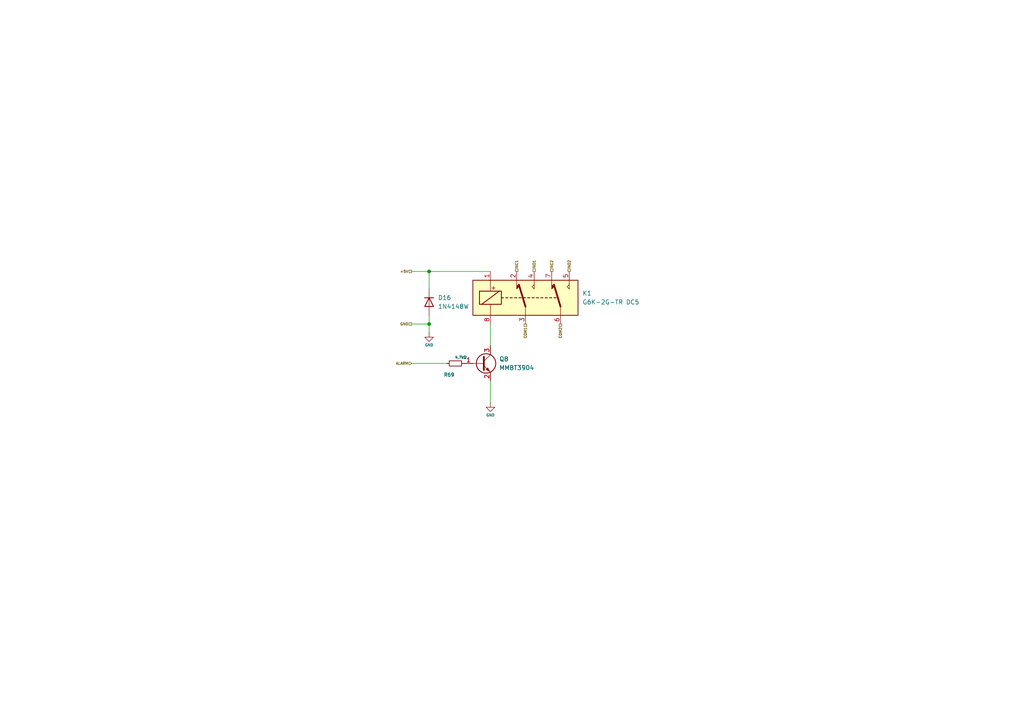
<source format=kicad_sch>
(kicad_sch (version 20250114) (generator "eeschema") (generator_version "9.0")
  (paper "A4")
  (title_block (title "Czujnik parametrów środowiskowych") (date "2026-01-20") (rev "1.0") (company "MarPi82"))
  (lib_symbols
    (symbol "Device:R_Small" (pin_numbers (hide yes)) (pin_names (offset 0.254) (hide yes))
      (property "Reference" "R" (at 0 0 90))
      (property "Value" "R_Small" (at 1.778 0 90))
      (symbol "R_Small_0_1"
        (rectangle (start -0.762 1.778) (end 0.762 -1.778) (stroke (width 0.2032)))
      )
      (symbol "R_Small_1_1"
        (pin passive line (at 0 2.54 270) (length 0.762) (name "~") (number "1"))
        (pin passive line (at 0 -2.54 90) (length 0.762) (name "~") (number "2"))
      )
    )
    (symbol "Diode:1N4148W" (pin_numbers (hide yes)) (pin_names (hide yes))
      (property "Reference" "D" (at 0 2.54 0))
      (property "Value" "1N4148W" (at 0 -2.54 0))
      (symbol "1N4148W_0_1"
        (polyline (pts (xy -1.27 1.27) (xy -1.27 -1.27)) (stroke (width 0.254)))
        (polyline (pts (xy 1.27 1.27) (xy 1.27 -1.27) (xy -1.27 0) (xy 1.27 1.27)) (stroke (width 0.254)))
        (polyline (pts (xy 1.27 0) (xy -1.27 0)))
      )
      (symbol "1N4148W_1_1"
        (pin passive line (at -3.81 0 0) (length 2.54) (name "K") (number "1"))
        (pin passive line (at 3.81 0 180) (length 2.54) (name "A") (number "2"))
      )
    )
    (symbol "Relay:G6K-2"
      (property "Reference" "K" (at 16.51 3.81 0))
      (property "Value" "G6K-2" (at 16.51 1.27 0))
      (symbol "G6K-2_0_0"
        (text "+" (at -9.271 2.921 0) (effects (font (size 1.27 1.27))))
      )
      (symbol "G6K-2_0_1"
        (rectangle (start -15.24 5.08) (end 15.24 -5.08) (stroke (width 0.254)) (fill (type background)))
        (rectangle (start -13.335 1.905) (end -6.985 -1.905) (stroke (width 0.254)))
        (polyline (pts (xy -12.7 -1.905) (xy -7.62 1.905)) (stroke (width 0.254)))
        (polyline (pts (xy -10.16 5.08) (xy -10.16 1.905)))
        (polyline (pts (xy -10.16 -5.08) (xy -10.16 -1.905)))
        (polyline (pts (xy -6.985 0) (xy -6.35 0)) (stroke (width 0.254)))
        (polyline (pts (xy -5.715 0) (xy -5.08 0)) (stroke (width 0.254)))
        (polyline (pts (xy -4.445 0) (xy -3.81 0)) (stroke (width 0.254)))
        (polyline (pts (xy -3.175 0) (xy -2.54 0)) (stroke (width 0.254)))
        (polyline (pts (xy -2.54 5.08) (xy -2.54 2.54) (xy -1.905 3.175) (xy -2.54 3.81)) (fill (type outline)))
        (polyline (pts (xy -1.905 0) (xy -1.27 0)) (stroke (width 0.254)))
        (polyline (pts (xy -0.635 0) (xy 0 0)) (stroke (width 0.254)))
        (polyline (pts (xy 0 -2.54) (xy -1.905 3.81)) (stroke (width 0.508)))
        (polyline (pts (xy 0 -2.54) (xy 0 -5.08)))
        (polyline (pts (xy 0.635 0) (xy 1.27 0)) (stroke (width 0.254)))
        (polyline (pts (xy 1.905 0) (xy 2.54 0)) (stroke (width 0.254)))
        (polyline (pts (xy 2.54 5.08) (xy 2.54 2.54) (xy 1.905 3.175) (xy 2.54 3.81)))
        (polyline (pts (xy 3.175 0) (xy 3.81 0)) (stroke (width 0.254)))
        (polyline (pts (xy 4.445 0) (xy 5.08 0)) (stroke (width 0.254)))
        (polyline (pts (xy 5.715 0) (xy 6.35 0)) (stroke (width 0.254)))
        (polyline (pts (xy 6.985 0) (xy 7.62 0)) (stroke (width 0.254)))
        (polyline (pts (xy 7.62 5.08) (xy 7.62 2.54) (xy 8.255 3.175) (xy 7.62 3.81)) (fill (type outline)))
        (polyline (pts (xy 8.255 0) (xy 8.89 0)) (stroke (width 0.254)))
        (polyline (pts (xy 10.16 -2.54) (xy 8.255 3.81)) (stroke (width 0.508)))
        (polyline (pts (xy 10.16 -2.54) (xy 10.16 -5.08)))
        (polyline (pts (xy 12.7 5.08) (xy 12.7 2.54) (xy 12.065 3.175) (xy 12.7 3.81)))
      )
      (symbol "G6K-2_1_1"
        (pin passive line (at -10.16 7.62 270) (length 2.54) (name "~") (number "1"))
        (pin passive line (at -10.16 -7.62 90) (length 2.54) (name "~") (number "8"))
        (pin passive line (at -2.54 7.62 270) (length 2.54) (name "~") (number "2"))
        (pin passive line (at 0 -7.62 90) (length 2.54) (name "~") (number "3"))
        (pin passive line (at 2.54 7.62 270) (length 2.54) (name "~") (number "4"))
        (pin passive line (at 7.62 7.62 270) (length 2.54) (name "~") (number "7"))
        (pin passive line (at 10.16 -7.62 90) (length 2.54) (name "~") (number "6"))
        (pin passive line (at 12.7 7.62 270) (length 2.54) (name "~") (number "5"))
      )
    )
    (symbol "Transistor_BJT:MMBT3904" (pin_names (offset 0) (hide yes))
      (property "Reference" "Q" (at 5.08 1.905 0))
      (property "Value" "MMBT3904" (at 5.08 0 0))
      (symbol "MMBT3904_0_1"
        (polyline (pts (xy -2.54 0) (xy 0.635 0)))
        (polyline (pts (xy 0.635 1.905) (xy 0.635 -1.905)) (stroke (width 0.508)))
        (circle (center 1.27 0) (radius 2.8194) (stroke (width 0.254)))
      )
      (symbol "MMBT3904_1_1"
        (polyline (pts (xy 0.635 0.635) (xy 2.54 2.54)))
        (polyline (pts (xy 0.635 -0.635) (xy 2.54 -2.54)))
        (polyline (pts (xy 1.27 -1.778) (xy 1.778 -1.27) (xy 2.286 -2.286) (xy 1.27 -1.778)) (fill (type outline)))
        (pin input line (at -5.08 0 0) (length 2.54) (name "B") (number "1"))
        (pin passive line (at 2.54 5.08 270) (length 2.54) (name "C") (number "3"))
        (pin passive line (at 2.54 -5.08 90) (length 2.54) (name "E") (number "2"))
      )
    )
    (symbol "power:GND" (power) (pin_numbers (hide yes)) (pin_names (offset 0) (hide yes))
      (property "Value" "GND" (at 0 -3.81 0))
      (symbol "GND_0_1"
        (polyline (pts (xy 0 0) (xy 0 -1.27) (xy 1.27 -1.27) (xy 0 -2.54) (xy -1.27 -1.27) (xy 0 -1.27)))
      )
      (symbol "GND_1_1"
        (pin power_in line (at 0 0 270) (length 0) (name "~") (number "1"))
      )
    )
  )
  (junction (at 124.46 93.98))
  (junction (at 124.46 78.74))
  (wire (pts (xy 124.46 93.98) (xy 124.46 96.52)))
  (wire (pts (xy 124.46 78.74) (xy 142.24 78.74)))
  (wire (pts (xy 124.46 91.44) (xy 124.46 93.98)))
  (wire (pts (xy 142.24 110.49) (xy 142.24 116.84)))
  (wire (pts (xy 124.46 78.74) (xy 124.46 83.82)))
  (wire (pts (xy 119.38 78.74) (xy 124.46 78.74)))
  (wire (pts (xy 119.38 105.41) (xy 129.54 105.41)))
  (wire (pts (xy 119.38 93.98) (xy 124.46 93.98)))
  (wire (pts (xy 142.24 93.98) (xy 142.24 100.33)))
  (hierarchical_label "NO2" (shape passive) (at 165.1 78.74 90) (effects (font (size 0.762 0.762))))
  (hierarchical_label "NC1" (shape passive) (at 149.86 78.74 90) (effects (font (size 0.762 0.762))))
  (hierarchical_label "+5V" (shape passive) (at 119.38 78.74 180) (effects (font (size 0.762 0.762))))
  (hierarchical_label "ALARM" (shape input) (at 119.38 105.41 180) (effects (font (size 0.762 0.762))))
  (hierarchical_label "NO1" (shape passive) (at 154.94 78.74 90) (effects (font (size 0.762 0.762))))
  (hierarchical_label "GND" (shape passive) (at 119.38 93.98 180) (effects (font (size 0.762 0.762))))
  (hierarchical_label "COM2" (shape passive) (at 162.56 93.98 270) (effects (font (size 0.762 0.762))))
  (hierarchical_label "NC2" (shape passive) (at 160.02 78.74 90) (effects (font (size 0.762 0.762))))
  (hierarchical_label "COM1" (shape passive) (at 152.4 93.98 270) (effects (font (size 0.762 0.762))))
  (symbol (lib_id "Relay:G6K-2") (at 152.4 86.36 0) (unit 1)
    (property "Reference" "K1" (at 168.91 85.0899 0) (effects (justify left)))
    (property "Value" "G6K-2G-TR DC5" (at 168.91 87.6299 0) (effects (justify left)))
    (property "Footprint" "Relay_SMD:Relay_DPDT_Omron_G6K-2G" (effects (hide yes)))
    (property "Datasheet" "http://omronfs.omron.com/en_US/ecb/products/pdf/en-g6k.pdf" (effects (hide yes)))
    (property "Description" "Miniature 2-pole relay, Single-side Stable" (effects (hide yes)))
    (property "DigiKey_Part_Number" "Z2657CT-ND" (effects (hide yes)))
    (property "Manufacturer_Name" "G6K-2G-TR DC5" (effects (hide yes)))
    (property "Manufacturer_Part_Number" "Omron Electronics Inc-EMC Div" (effects (hide yes)))
  )
  (symbol (lib_id "Diode:1N4148W") (at 124.46 87.63 270) (unit 1)
    (property "Reference" "D16" (at 127 86.3599 90) (effects (justify left)))
    (property "Value" "1N4148W" (at 127 88.8999 90) (effects (justify left)))
    (property "Footprint" "Diode_SMD:D_SOD-123" (effects (hide yes)))
    (property "Datasheet" "https://www.vishay.com/docs/85748/1n4148w.pdf" (effects (hide yes)))
    (property "Description" "75V 0.15A Fast Switching Diode, SOD-123" (effects (hide yes)))
    (property "Sim.Device" "D" (effects (hide yes)))
    (property "Sim.Pins" "1=K 2=A" (effects (hide yes)))
    (property "DigiKey_Part_Number" "31-1N4148W-7-F-WCT-ND" (effects (hide yes)))
    (property "Manufacturer_Name" "1N4148W-7-F-W" (effects (hide yes)))
    (property "Manufacturer_Part_Number" "Diodes Incorporated" (effects (hide yes)))
    (property "PACKAGE" "SOD-123" (effects (hide yes)))
  )
  (symbol (lib_id "Device:R_Small") (at 132.08 105.41 90) (unit 1)
    (property "Reference" "R69" (at 131.826 108.712 90) (effects (font (size 1.016 1.016)) (justify left)))
    (property "Value" "4,7kΩ" (at 135.382 103.632 90) (effects (font (size 0.762 0.762)) (justify left)))
    (property "Footprint" "Resistor_SMD:R_0603_1608Metric" (effects (hide yes)))
    (property "Description" "Resistor, small symbol" (effects (hide yes)))
    (property "DigiKey_Part_Number" "541-4.70KHCT-ND" (effects (hide yes)))
    (property "Power" "0.25W, 1/4W" (effects (hide yes)))
    (property "Tolerance" "1%" (effects (hide yes)))
    (property "Manufacturer_Name" "CRCW06034K70FKEA" (effects (hide yes)))
    (property "Manufacturer_Part_Number" "Vishay Dale" (effects (hide yes)))
    (property "PACKAGE" "0805" (effects (hide yes)))
  )
  (symbol (lib_id "Transistor_BJT:MMBT3904") (at 139.7 105.41 0) (unit 1)
    (property "Reference" "Q8" (at 144.78 104.1399 0) (effects (justify left)))
    (property "Value" "MMBT3904" (at 144.78 106.6799 0) (effects (justify left)))
    (property "Footprint" "Package_TO_SOT_SMD:SC-59" (effects (hide yes)))
    (property "Datasheet" "https://www.onsemi.com/pdf/datasheet/pzt3904-d.pdf" (effects (hide yes)))
    (property "Description" "0.2A Ic, 40V Vce, Small Signal NPN Transistor, SOT-23" (effects (hide yes)))
    (property "DigiKey_Part_Number" "1801-MMBT3904HRFGCT-ND" (effects (hide yes)))
    (property "Manufacturer_Name" "MMBT3904H RFG" (effects (hide yes)))
    (property "Manufacturer_Part_Number" "Taiwan Semiconductor Corporation" (effects (hide yes)))
    (property "PACKAGE" "TO-236-3, SC-59, SOT-23-3" (effects (hide yes)))
  )
  (symbol (lib_id "power:GND") (at 124.46 96.52 0) (unit 1)
    (property "Reference" "#PWR092" (effects (hide yes)))
    (property "Value" "GND" (at 124.46 100.076 0) (effects (font (size 0.762 0.762))))
    (property "Description" "Power symbol creates a global label with name \"GND\" , ground" (effects (hide yes)))
  )
  (symbol (lib_id "power:GND") (at 142.24 116.84 0) (unit 1)
    (property "Reference" "#PWR093" (effects (hide yes)))
    (property "Value" "GND" (at 142.24 120.396 0) (effects (font (size 0.762 0.762))))
    (property "Description" "Power symbol creates a global label with name \"GND\" , ground" (effects (hide yes)))
  )
)
</source>
